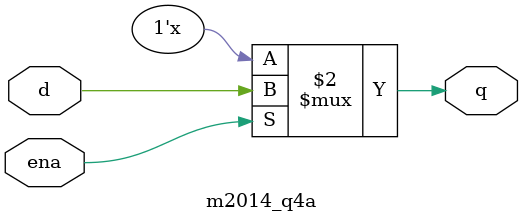
<source format=v>
module m2014_q4a(
	input d,
	input ena,
	output reg q
);
	// implement a D latch
	// latches are sequential: non-blocking assignment
	always @(*) begin
		if (ena)
			q <= d;
	end
	
endmodule

</source>
